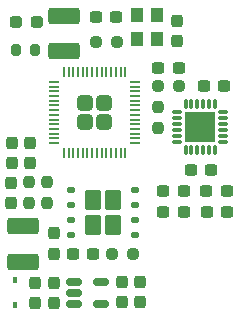
<source format=gbr>
%TF.GenerationSoftware,KiCad,Pcbnew,(6.0.7-1)-1*%
%TF.CreationDate,2022-10-12T15:07:03-04:00*%
%TF.ProjectId,PICO_v1.0,5049434f-5f76-4312-9e30-2e6b69636164,rev?*%
%TF.SameCoordinates,Original*%
%TF.FileFunction,Paste,Top*%
%TF.FilePolarity,Positive*%
%FSLAX46Y46*%
G04 Gerber Fmt 4.6, Leading zero omitted, Abs format (unit mm)*
G04 Created by KiCad (PCBNEW (6.0.7-1)-1) date 2022-10-12 15:07:03*
%MOMM*%
%LPD*%
G01*
G04 APERTURE LIST*
G04 Aperture macros list*
%AMRoundRect*
0 Rectangle with rounded corners*
0 $1 Rounding radius*
0 $2 $3 $4 $5 $6 $7 $8 $9 X,Y pos of 4 corners*
0 Add a 4 corners polygon primitive as box body*
4,1,4,$2,$3,$4,$5,$6,$7,$8,$9,$2,$3,0*
0 Add four circle primitives for the rounded corners*
1,1,$1+$1,$2,$3*
1,1,$1+$1,$4,$5*
1,1,$1+$1,$6,$7*
1,1,$1+$1,$8,$9*
0 Add four rect primitives between the rounded corners*
20,1,$1+$1,$2,$3,$4,$5,0*
20,1,$1+$1,$4,$5,$6,$7,0*
20,1,$1+$1,$6,$7,$8,$9,0*
20,1,$1+$1,$8,$9,$2,$3,0*%
%AMOutline4P*
0 Free polygon, 4 corners , with rotation*
0 The origin of the aperture is its center*
0 number of corners: always 4*
0 $1 to $8 corner X, Y*
0 $9 Rotation angle, in degrees counterclockwise*
0 create outline with 4 corners*
4,1,4,$1,$2,$3,$4,$5,$6,$7,$8,$1,$2,$9*%
G04 Aperture macros list end*
%ADD10RoundRect,0.250001X-1.074999X0.462499X-1.074999X-0.462499X1.074999X-0.462499X1.074999X0.462499X0*%
%ADD11RoundRect,0.237500X-0.237500X0.300000X-0.237500X-0.300000X0.237500X-0.300000X0.237500X0.300000X0*%
%ADD12RoundRect,0.237500X0.237500X-0.300000X0.237500X0.300000X-0.237500X0.300000X-0.237500X-0.300000X0*%
%ADD13RoundRect,0.237500X-0.300000X-0.237500X0.300000X-0.237500X0.300000X0.237500X-0.300000X0.237500X0*%
%ADD14RoundRect,0.237500X0.237500X-0.250000X0.237500X0.250000X-0.237500X0.250000X-0.237500X-0.250000X0*%
%ADD15RoundRect,0.075000X-0.350000X-0.075000X0.350000X-0.075000X0.350000X0.075000X-0.350000X0.075000X0*%
%ADD16RoundRect,0.075000X0.075000X-0.350000X0.075000X0.350000X-0.075000X0.350000X-0.075000X-0.350000X0*%
%ADD17Outline4P,-1.295400X-1.257300X1.295400X-1.257300X1.295400X1.257300X-1.295400X1.257300X0.000000*%
%ADD18RoundRect,0.249999X0.395001X0.395001X-0.395001X0.395001X-0.395001X-0.395001X0.395001X-0.395001X0*%
%ADD19RoundRect,0.050000X0.387500X0.050000X-0.387500X0.050000X-0.387500X-0.050000X0.387500X-0.050000X0*%
%ADD20RoundRect,0.050000X0.050000X0.387500X-0.050000X0.387500X-0.050000X-0.387500X0.050000X-0.387500X0*%
%ADD21RoundRect,0.237500X-0.237500X0.250000X-0.237500X-0.250000X0.237500X-0.250000X0.237500X0.250000X0*%
%ADD22RoundRect,0.237500X0.250000X0.237500X-0.250000X0.237500X-0.250000X-0.237500X0.250000X-0.237500X0*%
%ADD23RoundRect,0.250000X0.435000X0.615000X-0.435000X0.615000X-0.435000X-0.615000X0.435000X-0.615000X0*%
%ADD24RoundRect,0.125000X0.250000X0.125000X-0.250000X0.125000X-0.250000X-0.125000X0.250000X-0.125000X0*%
%ADD25R,1.100000X1.300000*%
%ADD26RoundRect,0.150000X-0.512500X-0.150000X0.512500X-0.150000X0.512500X0.150000X-0.512500X0.150000X0*%
%ADD27RoundRect,0.237500X0.287500X0.237500X-0.287500X0.237500X-0.287500X-0.237500X0.287500X-0.237500X0*%
%ADD28RoundRect,0.237500X0.300000X0.237500X-0.300000X0.237500X-0.300000X-0.237500X0.300000X-0.237500X0*%
%ADD29R,0.450000X0.600000*%
%ADD30RoundRect,0.200000X-0.200000X-0.275000X0.200000X-0.275000X0.200000X0.275000X-0.200000X0.275000X0*%
G04 APERTURE END LIST*
D10*
%TO.C,SW1*%
X101727000Y-118933900D03*
X101727000Y-121908900D03*
%TD*%
D11*
%TO.C,C3*%
X110109000Y-123621800D03*
X110109000Y-125346800D03*
%TD*%
D12*
%TO.C,C4*%
X114782600Y-103224500D03*
X114782600Y-101499500D03*
%TD*%
D13*
%TO.C,C8*%
X113640700Y-117703600D03*
X115365700Y-117703600D03*
%TD*%
D12*
%TO.C,C13*%
X104394000Y-121233100D03*
X104394000Y-119508100D03*
%TD*%
D14*
%TO.C,R2*%
X102235000Y-116990500D03*
X102235000Y-115165500D03*
%TD*%
D15*
%TO.C,U4*%
X114813800Y-109278100D03*
X114813800Y-109778100D03*
X114813800Y-110278100D03*
X114813800Y-110778100D03*
X114813800Y-111278100D03*
X114813800Y-111778100D03*
D16*
X115513800Y-112478100D03*
X116013800Y-112478100D03*
X116513800Y-112478100D03*
X117013800Y-112478100D03*
X117513800Y-112478100D03*
X118013800Y-112478100D03*
D15*
X118713800Y-111778100D03*
X118713800Y-111278100D03*
X118713800Y-110778100D03*
X118713800Y-110278100D03*
X118713800Y-109778100D03*
X118713800Y-109278100D03*
D16*
X118013800Y-108578100D03*
X117513800Y-108578100D03*
X117013800Y-108578100D03*
X116513800Y-108578100D03*
X116013800Y-108578100D03*
X115513800Y-108578100D03*
D17*
X116763800Y-110515400D03*
%TD*%
D18*
%TO.C,U2*%
X107007400Y-108487700D03*
X108607400Y-110087700D03*
X107007400Y-110087700D03*
X108607400Y-108487700D03*
D19*
X111244900Y-111887700D03*
X111244900Y-111487700D03*
X111244900Y-111087700D03*
X111244900Y-110687700D03*
X111244900Y-110287700D03*
X111244900Y-109887700D03*
X111244900Y-109487700D03*
X111244900Y-109087700D03*
X111244900Y-108687700D03*
X111244900Y-108287700D03*
X111244900Y-107887700D03*
X111244900Y-107487700D03*
X111244900Y-107087700D03*
X111244900Y-106687700D03*
D20*
X110407400Y-105850200D03*
X110007400Y-105850200D03*
X109607400Y-105850200D03*
X109207400Y-105850200D03*
X108807400Y-105850200D03*
X108407400Y-105850200D03*
X108007400Y-105850200D03*
X107607400Y-105850200D03*
X107207400Y-105850200D03*
X106807400Y-105850200D03*
X106407400Y-105850200D03*
X106007400Y-105850200D03*
X105607400Y-105850200D03*
X105207400Y-105850200D03*
D19*
X104369900Y-106687700D03*
X104369900Y-107087700D03*
X104369900Y-107487700D03*
X104369900Y-107887700D03*
X104369900Y-108287700D03*
X104369900Y-108687700D03*
X104369900Y-109087700D03*
X104369900Y-109487700D03*
X104369900Y-109887700D03*
X104369900Y-110287700D03*
X104369900Y-110687700D03*
X104369900Y-111087700D03*
X104369900Y-111487700D03*
X104369900Y-111887700D03*
D20*
X105207400Y-112725200D03*
X105607400Y-112725200D03*
X106007400Y-112725200D03*
X106407400Y-112725200D03*
X106807400Y-112725200D03*
X107207400Y-112725200D03*
X107607400Y-112725200D03*
X108007400Y-112725200D03*
X108407400Y-112725200D03*
X108807400Y-112725200D03*
X109207400Y-112725200D03*
X109607400Y-112725200D03*
X110007400Y-112725200D03*
X110407400Y-112725200D03*
%TD*%
D10*
%TO.C,SW2*%
X105257600Y-101103100D03*
X105257600Y-104078100D03*
%TD*%
D11*
%TO.C,C1*%
X104343200Y-123699100D03*
X104343200Y-125424100D03*
%TD*%
D21*
%TO.C,R7*%
X113182400Y-108802800D03*
X113182400Y-110627800D03*
%TD*%
D14*
%TO.C,R1*%
X103809800Y-116990500D03*
X103809800Y-115165500D03*
%TD*%
D22*
%TO.C,R3*%
X109726100Y-103327200D03*
X107901100Y-103327200D03*
%TD*%
D23*
%TO.C,U3*%
X107684750Y-118838200D03*
X107684750Y-116688200D03*
X109384750Y-116688200D03*
X109384750Y-118838200D03*
D24*
X111234750Y-119668200D03*
X111234750Y-118398200D03*
X111234750Y-117128200D03*
X111234750Y-115858200D03*
X105834750Y-115858200D03*
X105834750Y-117128200D03*
X105834750Y-118398200D03*
X105834750Y-119668200D03*
%TD*%
D12*
%TO.C,C15*%
X111663900Y-125347900D03*
X111663900Y-123622900D03*
%TD*%
D25*
%TO.C,X1*%
X113093000Y-103107200D03*
X113093000Y-101007200D03*
X111443000Y-101007200D03*
X111443000Y-103107200D03*
%TD*%
D26*
%TO.C,U1*%
X106075900Y-123611600D03*
X106075900Y-124561600D03*
X106075900Y-125511600D03*
X108350900Y-125511600D03*
X108350900Y-123611600D03*
%TD*%
D11*
%TO.C,C2*%
X102793800Y-123699100D03*
X102793800Y-125424100D03*
%TD*%
D13*
%TO.C,C12*%
X117272900Y-115925600D03*
X118997900Y-115925600D03*
%TD*%
D22*
%TO.C,R6*%
X114983900Y-107022900D03*
X113158900Y-107022900D03*
%TD*%
D13*
%TO.C,C6*%
X113640700Y-115925600D03*
X115365700Y-115925600D03*
%TD*%
%TO.C,C18*%
X115952100Y-114147600D03*
X117677100Y-114147600D03*
%TD*%
D27*
%TO.C,D2*%
X102906800Y-101650800D03*
X101156800Y-101650800D03*
%TD*%
D28*
%TO.C,C5*%
X109650700Y-101244400D03*
X107925700Y-101244400D03*
%TD*%
D13*
%TO.C,C14*%
X105995300Y-121285000D03*
X107720300Y-121285000D03*
%TD*%
D22*
%TO.C,R5*%
X111097700Y-121285000D03*
X109272700Y-121285000D03*
%TD*%
D11*
%TO.C,C10*%
X100761800Y-115215500D03*
X100761800Y-116940500D03*
%TD*%
D28*
%TO.C,C16*%
X114933900Y-105486200D03*
X113208900Y-105486200D03*
%TD*%
D13*
%TO.C,C11*%
X117298300Y-117678200D03*
X119023300Y-117678200D03*
%TD*%
D12*
%TO.C,C7*%
X100799900Y-113587700D03*
X100799900Y-111862700D03*
%TD*%
D29*
%TO.C,D1*%
X101072100Y-123460800D03*
X101072100Y-125560800D03*
%TD*%
D28*
%TO.C,C17*%
X118769300Y-107022900D03*
X117044300Y-107022900D03*
%TD*%
D12*
%TO.C,C9*%
X102311200Y-113587700D03*
X102311200Y-111862700D03*
%TD*%
D30*
%TO.C,R4*%
X101156000Y-103962200D03*
X102806000Y-103962200D03*
%TD*%
M02*

</source>
